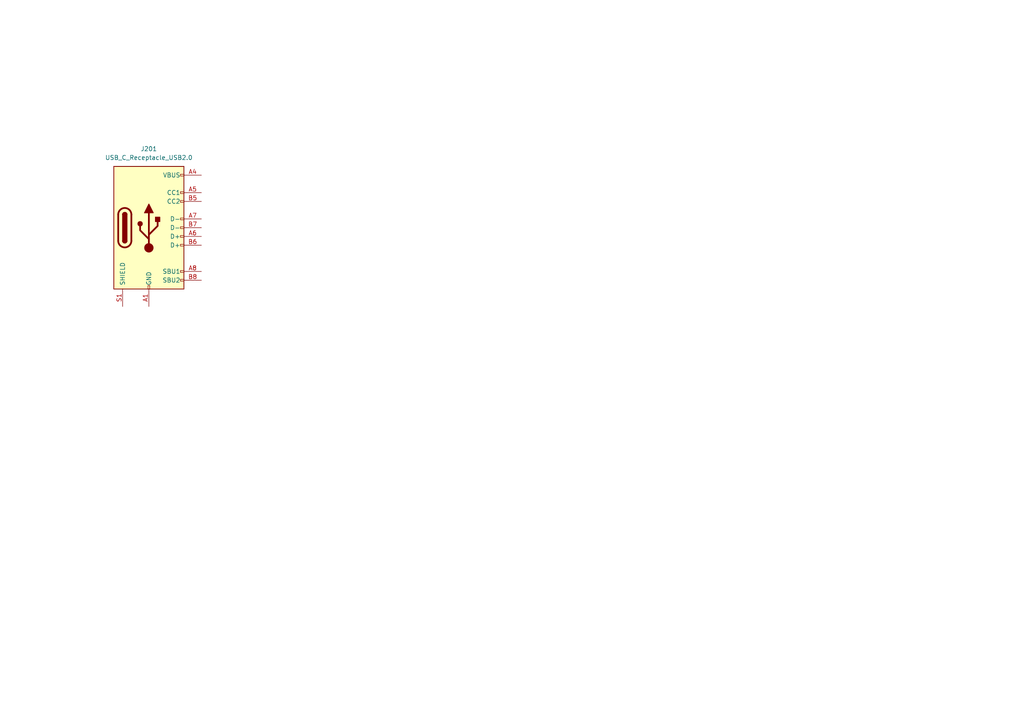
<source format=kicad_sch>
(kicad_sch (version 20230121) (generator eeschema)
  (paper "A4")
  (lib_symbols
    (symbol "Connector:USB_C_Receptacle_USB2.0" (pin_names (offset 1.016))
      (property "Reference" "J" (at -10.16 19.05 0))
      (property "Value" "USB_C_Receptacle_USB2.0" (at 19.05 19.05 0))
      (symbol "USB_C_Receptacle_USB2.0_0_0"
        (rectangle (start -0.254 -17.78) (end 0.254 -16.764))
        (rectangle (start 10.16 -14.986) (end 9.144 -15.494))
        (rectangle (start 10.16 -12.446) (end 9.144 -12.954))
        (rectangle (start 10.16 -4.826) (end 9.144 -5.334))
        (rectangle (start 10.16 -2.286) (end 9.144 -2.794))
        (rectangle (start 10.16 0.254) (end 9.144 -0.254))
        (rectangle (start 10.16 2.794) (end 9.144 2.286))
        (rectangle (start 10.16 7.874) (end 9.144 7.366))
        (rectangle (start 10.16 10.414) (end 9.144 9.906))
        (rectangle (start 10.16 15.494) (end 9.144 14.986))
      )
      (symbol "USB_C_Receptacle_USB2.0_0_1"
        (rectangle (start -10.16 17.78) (end 10.16 -17.78) (stroke (width 0.254)) (fill (type background)))
        (arc (start -8.89 -3.81) (mid -6.985 -5.7067) (end -5.08 -3.81) (stroke (width 0.508)))
        (arc (start -7.62 -3.81) (mid -6.985 -4.4423) (end -6.35 -3.81) (stroke (width 0.254)))
        (arc (start -7.62 -3.81) (mid -6.985 -4.4423) (end -6.35 -3.81) (stroke (width 0.254)) (fill (type outline)))
        (rectangle (start -7.62 -3.81) (end -6.35 3.81) (stroke (width 0.254)) (fill (type outline)))
        (arc (start -6.35 3.81) (mid -6.985 4.4423) (end -7.62 3.81) (stroke (width 0.254)))
        (arc (start -6.35 3.81) (mid -6.985 4.4423) (end -7.62 3.81) (stroke (width 0.254)) (fill (type outline)))
        (arc (start -5.08 3.81) (mid -6.985 5.7067) (end -8.89 3.81) (stroke (width 0.508)))
        (circle (center -2.54 1.143) (radius 0.635) (stroke (width 0.254)) (fill (type outline)))
        (circle (center 0 -5.842) (radius 1.27) (fill (type outline)))
        (polyline (pts (xy -8.89 -3.81) (xy -8.89 3.81)) (stroke (width 0.508)))
        (polyline (pts (xy -5.08 3.81) (xy -5.08 -3.81)) (stroke (width 0.508)))
        (polyline (pts (xy 0 -5.842) (xy 0 4.318)) (stroke (width 0.508)))
        (polyline (pts (xy 0 -3.302) (xy -2.54 -0.762) (xy -2.54 0.508)) (stroke (width 0.508)))
        (polyline (pts (xy 0 -2.032) (xy 2.54 0.508) (xy 2.54 1.778)) (stroke (width 0.508)))
        (polyline (pts (xy -1.27 4.318) (xy 0 6.858) (xy 1.27 4.318) (xy -1.27 4.318)) (stroke (width 0.254)) (fill (type outline)))
        (rectangle (start 1.905 1.778) (end 3.175 3.048) (stroke (width 0.254)) (fill (type outline)))
      )
      (symbol "USB_C_Receptacle_USB2.0_1_1"
        (pin passive line (at 0 -22.86 90) (length 5.08) (name "GND") (number "A1"))
        (pin passive line (at 0 -22.86 90) (length 5.08) hide (name "GND") (number "A12"))
        (pin passive line (at 15.24 15.24 180) (length 5.08) (name "VBUS") (number "A4"))
        (pin bidirectional line (at 15.24 10.16 180) (length 5.08) (name "CC1") (number "A5"))
        (pin bidirectional line (at 15.24 -2.54 180) (length 5.08) (name "D+") (number "A6"))
        (pin bidirectional line (at 15.24 2.54 180) (length 5.08) (name "D-") (number "A7"))
        (pin bidirectional line (at 15.24 -12.7 180) (length 5.08) (name "SBU1") (number "A8"))
        (pin passive line (at 15.24 15.24 180) (length 5.08) hide (name "VBUS") (number "A9"))
        (pin passive line (at 0 -22.86 90) (length 5.08) hide (name "GND") (number "B1"))
        (pin passive line (at 0 -22.86 90) (length 5.08) hide (name "GND") (number "B12"))
        (pin passive line (at 15.24 15.24 180) (length 5.08) hide (name "VBUS") (number "B4"))
        (pin bidirectional line (at 15.24 7.62 180) (length 5.08) (name "CC2") (number "B5"))
        (pin bidirectional line (at 15.24 -5.08 180) (length 5.08) (name "D+") (number "B6"))
        (pin bidirectional line (at 15.24 0 180) (length 5.08) (name "D-") (number "B7"))
        (pin bidirectional line (at 15.24 -15.24 180) (length 5.08) (name "SBU2") (number "B8"))
        (pin passive line (at 15.24 15.24 180) (length 5.08) hide (name "VBUS") (number "B9"))
        (pin passive line (at -7.62 -22.86 90) (length 5.08) (name "SHIELD") (number "S1"))
      )
    )
  )
  (symbol (lib_id "Connector:USB_C_Receptacle_USB2.0") (at 43.18 66.04 0) (unit 1)
    (property "Reference" "J201" (at 43.18 43.18 0))
    (property "Value" "USB_C_Receptacle_USB2.0" (at 43.18 45.72 0))
    (property "Datasheet" "https://www.usb.org/sites/default/files/documents/usb_type-c.zip" (effects hide))
  )
)
</source>
